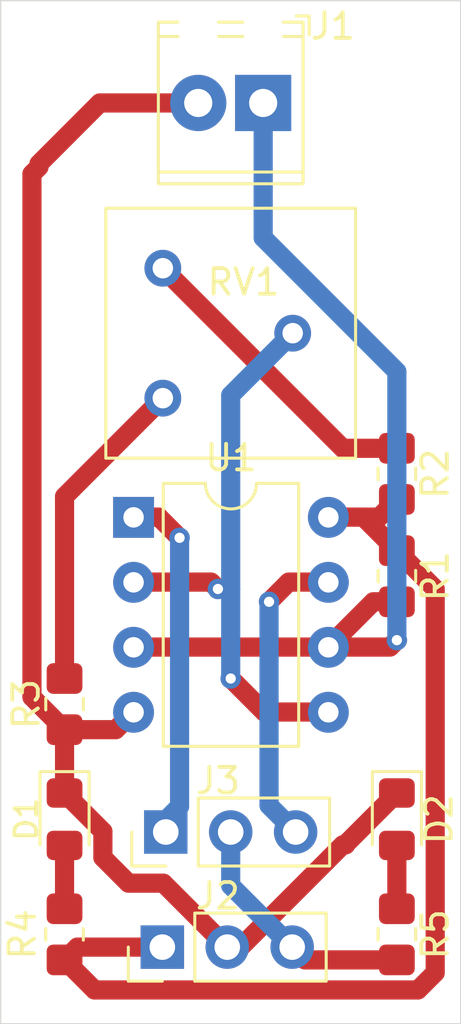
<source format=kicad_pcb>
(kicad_pcb (version 20240108) (generator "pcbnew") (generator_version "8.0")
  (layers (0 "F.Cu" power) (31 "B.Cu" power) (34 "B.Paste" user) (35 "F.Paste" user) (36 "B.SilkS" user "B.Silkscreen") (37 "F.SilkS" user "F.Silkscreen") (38 "B.Mask" user) (39 "F.Mask" user) (44 "Edge.Cuts" user))
  (net 0 "")
  (net 1 "Net-(D1-A)")
  (net 2 "gnd")
  (net 3 "Net-(D2-A)")
  (net 4 "A")
  (net 5 "Vcc")
  (net 6 "Do")
  (net 7 "L")
  (net 8 "H")
  (net 9 "Net-(R2-Pad2)")
  (net 10 "Net-(R3-Pad1)")
  (net 11 "B")
  (footprint "Resistor_SMD:R_0805_2012Metric_Pad1.20x1.40mm_HandSolder" (layer "F.Cu") (at 96 59.5 90)
    (property "Reference" "R2" (at 0 1.5 -90) (layer "F.SilkS"))
    (property "Value" "10k")
    (fp_line (start -0.227064 -0.735) (end 0.227064 -0.735) (stroke (width 0.12)) (layer "F.SilkS"))
    (fp_line (start -0.227064 0.735) (end 0.227064 0.735) (stroke (width 0.12)) (layer "F.SilkS"))
    (pad "1" smd roundrect (at -1 0 90) (size 1.2 1.4) (layers "F.Cu" "F.Paste" "F.Mask") (roundrect_rratio 0.208333) (net 5 "Vcc"))
    (pad "2" smd roundrect (at 1 0 90) (size 1.2 1.4) (layers "F.Cu" "F.Paste" "F.Mask") (roundrect_rratio 0.208333) (net 9 "Net-(R2-Pad2)"))
  )
  (footprint "Resistor_SMD:R_0805_2012Metric_Pad1.20x1.40mm_HandSolder" (layer "F.Cu") (at 83 77.5 90)
    (property "Reference" "R4" (at 0 -1.65 -90) (layer "F.SilkS"))
    (property "Value" "200")
    (fp_line (start -0.227064 -0.735) (end 0.227064 -0.735) (stroke (width 0.12)) (layer "F.SilkS"))
    (fp_line (start -0.227064 0.735) (end 0.227064 0.735) (stroke (width 0.12)) (layer "F.SilkS"))
    (pad "1" smd roundrect (at -1 0 90) (size 1.2 1.4) (layers "F.Cu" "F.Paste" "F.Mask") (roundrect_rratio 0.208333) (net 5 "Vcc"))
    (pad "2" smd roundrect (at 1 0 90) (size 1.2 1.4) (layers "F.Cu" "F.Paste" "F.Mask") (roundrect_rratio 0.208333) (net 1 "Net-(D1-A)"))
  )
  (footprint "TerminalBlock_Phoenix:TerminalBlock_Phoenix_MPT-0,5-2-2.54_1x02_P2.54mm_Horizontal" (layer "F.Cu") (at 90.77 45 180)
    (property "Reference" "J1" (at -2.73 3 180) (layer "F.SilkS"))
    (property "Value" "Screw_Terminal_01x02")
    (fp_line (start 4.1 -3.16) (end 4.1 3.16) (stroke (width 0.12)) (layer "F.SilkS"))
    (fp_line (start 3.33 3.16) (end 4.1 3.16) (stroke (width 0.12)) (layer "F.SilkS"))
    (fp_line (start 3.33 2.6) (end 4.1 2.6) (stroke (width 0.12)) (layer "F.SilkS"))
    (fp_line (start 0.79 3.16) (end 1.75 3.16) (stroke (width 0.12)) (layer "F.SilkS"))
    (fp_line (start 0.79 2.6) (end 1.75 2.6) (stroke (width 0.12)) (layer "F.SilkS"))
    (fp_line (start -1.56 3.16) (end -0.79 3.16) (stroke (width 0.12)) (layer "F.SilkS"))
    (fp_line (start -1.56 2.6) (end -0.79 2.6) (stroke (width 0.12)) (layer "F.SilkS"))
    (fp_line (start -1.56 -2.7) (end 4.1 -2.7) (stroke (width 0.12)) (layer "F.SilkS"))
    (fp_line (start -1.56 -3.16) (end 4.1 -3.16) (stroke (width 0.12)) (layer "F.SilkS"))
    (fp_line (start -1.56 -3.16) (end -1.56 3.16) (stroke (width 0.12)) (layer "F.SilkS"))
    (fp_line (start -1.8 3.4) (end -1.3 3.4) (stroke (width 0.12)) (layer "F.SilkS"))
    (fp_line (start -1.8 2.66) (end -1.8 3.4) (stroke (width 0.12)) (layer "F.SilkS"))
    (pad "" np_thru_hole circle (at 0 2.54 180) (size 1.1 1.1) (drill 1.1) (layers "*.Cu" "*.Mask"))
    (pad "" np_thru_hole circle (at 2.54 2.54 180) (size 1.1 1.1) (drill 1.1) (layers "*.Cu" "*.Mask"))
    (pad "1" thru_hole rect (at 0 0 180) (size 2.2 2.2) (drill 1.1) (layers "*.Cu" "*.Mask") (net 4 "A"))
    (pad "2" thru_hole circle (at 2.54 0 180) (size 2.2 2.2) (drill 1.1) (layers "*.Cu" "*.Mask") (net 2 "gnd"))
  )
  (footprint "Connector_PinHeader_2.54mm:PinHeader_1x03_P2.54mm_Vertical" (layer "F.Cu") (at 86.825 78 90)
    (property "Reference" "J2" (at 2 2.175 0) (layer "F.SilkS"))
    (property "Value" "Conn_01x03_Pin")
    (fp_line (start -1.33 -1.33) (end 0 -1.33) (stroke (width 0.12)) (layer "F.SilkS"))
    (fp_line (start -1.33 0) (end -1.33 -1.33) (stroke (width 0.12)) (layer "F.SilkS"))
    (fp_line (start 1.33 1.27) (end 1.33 6.41) (stroke (width 0.12)) (layer "F.SilkS"))
    (fp_line (start -1.33 1.27) (end 1.33 1.27) (stroke (width 0.12)) (layer "F.SilkS"))
    (fp_line (start -1.33 1.27) (end -1.33 6.41) (stroke (width 0.12)) (layer "F.SilkS"))
    (fp_line (start -1.33 6.41) (end 1.33 6.41) (stroke (width 0.12)) (layer "F.SilkS"))
    (pad "1" thru_hole rect (at 0 0 90) (size 1.7 1.7) (drill 1) (layers "*.Cu" "*.Mask") (net 5 "Vcc"))
    (pad "2" thru_hole oval (at 0 2.54 90) (size 1.7 1.7) (drill 1) (layers "*.Cu" "*.Mask") (net 2 "gnd"))
    (pad "3" thru_hole oval (at 0 5.08 90) (size 1.7 1.7) (drill 1) (layers "*.Cu" "*.Mask") (net 6 "Do"))
  )
  (footprint "LED_SMD:LED_0805_2012Metric_Pad1.15x1.40mm_HandSolder" (layer "F.Cu") (at 83 73 -90)
    (property "Reference" "D1" (at 0 1.5 90) (layer "F.SilkS") (effects (font (size 0.85 0.85))))
    (property "Value" "LED")
    (fp_line (start -1.86 0.96) (end 1 0.96) (stroke (width 0.12)) (layer "F.SilkS"))
    (fp_line (start -1.86 -0.96) (end -1.86 0.96) (stroke (width 0.12)) (layer "F.SilkS"))
    (fp_line (start 1 -0.96) (end -1.86 -0.96) (stroke (width 0.12)) (layer "F.SilkS"))
    (pad "1" smd roundrect (at -1.025 0 270) (size 1.15 1.4) (layers "F.Cu" "F.Paste" "F.Mask") (roundrect_rratio 0.217391) (net 2 "gnd"))
    (pad "2" smd roundrect (at 1.025 0 270) (size 1.15 1.4) (layers "F.Cu" "F.Paste" "F.Mask") (roundrect_rratio 0.217391) (net 1 "Net-(D1-A)"))
  )
  (footprint "Connector_PinHeader_2.54mm:PinHeader_1x03_P2.54mm_Vertical" (layer "F.Cu") (at 86.96 73.5 90)
    (property "Reference" "J3" (at 2 2.04 0) (layer "F.SilkS"))
    (property "Value" "Conn_01x03_Pin")
    (fp_line (start -1.33 -1.33) (end 0 -1.33) (stroke (width 0.12)) (layer "F.SilkS"))
    (fp_line (start -1.33 0) (end -1.33 -1.33) (stroke (width 0.12)) (layer "F.SilkS"))
    (fp_line (start 1.33 1.27) (end 1.33 6.41) (stroke (width 0.12)) (layer "F.SilkS"))
    (fp_line (start -1.33 1.27) (end 1.33 1.27) (stroke (width 0.12)) (layer "F.SilkS"))
    (fp_line (start -1.33 1.27) (end -1.33 6.41) (stroke (width 0.12)) (layer "F.SilkS"))
    (fp_line (start -1.33 6.41) (end 1.33 6.41) (stroke (width 0.12)) (layer "F.SilkS"))
    (pad "1" thru_hole rect (at 0 0 90) (size 1.7 1.7) (drill 1) (layers "*.Cu" "*.Mask") (net 8 "H"))
    (pad "2" thru_hole oval (at 0 2.54 90) (size 1.7 1.7) (drill 1) (layers "*.Cu" "*.Mask") (net 6 "Do"))
    (pad "3" thru_hole oval (at 0 5.08 90) (size 1.7 1.7) (drill 1) (layers "*.Cu" "*.Mask") (net 7 "L"))
  )
  (footprint "Resistor_SMD:R_0805_2012Metric_Pad1.20x1.40mm_HandSolder" (layer "F.Cu") (at 96 63.5 -90)
    (property "Reference" "R1" (at 0 -1.5 90) (layer "F.SilkS"))
    (property "Value" "10k")
    (fp_line (start -0.227064 0.735) (end 0.227064 0.735) (stroke (width 0.12)) (layer "F.SilkS"))
    (fp_line (start -0.227064 -0.735) (end 0.227064 -0.735) (stroke (width 0.12)) (layer "F.SilkS"))
    (pad "1" smd roundrect (at -1 0 270) (size 1.2 1.4) (layers "F.Cu" "F.Paste" "F.Mask") (roundrect_rratio 0.208333) (net 5 "Vcc"))
    (pad "2" smd roundrect (at 1 0 270) (size 1.2 1.4) (layers "F.Cu" "F.Paste" "F.Mask") (roundrect_rratio 0.208333) (net 4 "A"))
  )
  (footprint "Potentiometer_THT:Potentiometer_Bourns_3386F_Vertical" (layer "F.Cu") (at 86.845 56.54)
    (property "Reference" "RV1" (at 3.155 -4.54 0) (layer "F.SilkS"))
    (property "Value" "100k")
    (fp_line (start -2.23 -7.425) (end -2.23 2.345) (stroke (width 0.12)) (layer "F.SilkS"))
    (fp_line (start -2.23 -7.425) (end 7.54 -7.425) (stroke (width 0.12)) (layer "F.SilkS"))
    (fp_line (start -2.23 2.345) (end 7.54 2.345) (stroke (width 0.12)) (layer "F.SilkS"))
    (fp_line (start 7.54 -7.425) (end 7.54 2.345) (stroke (width 0.12)) (layer "F.SilkS"))
    (pad "1" thru_hole circle (at 0 0) (size 1.44 1.44) (drill 0.8) (layers "*.Cu" "*.Mask") (net 10 "Net-(R3-Pad1)"))
    (pad "2" thru_hole circle (at 5.08 -2.54) (size 1.44 1.44) (drill 0.8) (layers "*.Cu" "*.Mask") (net 11 "B"))
    (pad "3" thru_hole circle (at 0 -5.08) (size 1.44 1.44) (drill 0.8) (layers "*.Cu" "*.Mask") (net 9 "Net-(R2-Pad2)"))
  )
  (footprint "LED_SMD:LED_0805_2012Metric_Pad1.15x1.40mm_HandSolder" (layer "F.Cu") (at 96 73 -90)
    (property "Reference" "D2" (at 0 -1.65 90) (layer "F.SilkS"))
    (property "Value" "LED")
    (fp_line (start -1.86 0.96) (end 1 0.96) (stroke (width 0.12)) (layer "F.SilkS"))
    (fp_line (start -1.86 -0.96) (end -1.86 0.96) (stroke (width 0.12)) (layer "F.SilkS"))
    (fp_line (start 1 -0.96) (end -1.86 -0.96) (stroke (width 0.12)) (layer "F.SilkS"))
    (pad "1" smd roundrect (at -1.025 0 270) (size 1.15 1.4) (layers "F.Cu" "F.Paste" "F.Mask") (roundrect_rratio 0.217391) (net 2 "gnd"))
    (pad "2" smd roundrect (at 1.025 0 270) (size 1.15 1.4) (layers "F.Cu" "F.Paste" "F.Mask") (roundrect_rratio 0.217391) (net 3 "Net-(D2-A)"))
  )
  (footprint "Package_DIP:DIP-8_W7.62mm" (layer "F.Cu") (at 85.7 61.2)
    (property "Reference" "U1" (at 3.81 -2.33 0) (layer "F.SilkS"))
    (property "Value" "MCP602")
    (fp_line (start 1.16 -1.33) (end 1.16 8.95) (stroke (width 0.12)) (layer "F.SilkS"))
    (fp_line (start 1.16 8.95) (end 6.46 8.95) (stroke (width 0.12)) (layer "F.SilkS"))
    (fp_line (start 2.81 -1.33) (end 1.16 -1.33) (stroke (width 0.12)) (layer "F.SilkS"))
    (fp_line (start 6.46 -1.33) (end 4.81 -1.33) (stroke (width 0.12)) (layer "F.SilkS"))
    (fp_line (start 6.46 8.95) (end 6.46 -1.33) (stroke (width 0.12)) (layer "F.SilkS"))
    (fp_arc (start 4.81 -1.33) (mid 3.81 -0.33) (end 2.81 -1.33) (stroke (width 0.12)) (layer "F.SilkS"))
    (pad "1" thru_hole rect (at 0 0) (size 1.6 1.6) (drill 0.8) (layers "*.Cu" "*.Mask") (net 8 "H"))
    (pad "2" thru_hole oval (at 0 2.54) (size 1.6 1.6) (drill 0.8) (layers "*.Cu" "*.Mask") (net 11 "B"))
    (pad "3" thru_hole oval (at 0 5.08) (size 1.6 1.6) (drill 0.8) (layers "*.Cu" "*.Mask") (net 4 "A"))
    (pad "4" thru_hole oval (at 0 7.62) (size 1.6 1.6) (drill 0.8) (layers "*.Cu" "*.Mask") (net 2 "gnd"))
    (pad "5" thru_hole oval (at 7.62 7.62) (size 1.6 1.6) (drill 0.8) (layers "*.Cu" "*.Mask") (net 11 "B"))
    (pad "6" thru_hole oval (at 7.62 5.08) (size 1.6 1.6) (drill 0.8) (layers "*.Cu" "*.Mask") (net 4 "A"))
    (pad "7" thru_hole oval (at 7.62 2.54) (size 1.6 1.6) (drill 0.8) (layers "*.Cu" "*.Mask") (net 7 "L"))
    (pad "8" thru_hole oval (at 7.62 0) (size 1.6 1.6) (drill 0.8) (layers "*.Cu" "*.Mask") (net 5 "Vcc"))
  )
  (footprint "Resistor_SMD:R_0805_2012Metric_Pad1.20x1.40mm_HandSolder" (layer "F.Cu") (at 83 68.5 -90)
    (property "Reference" "R3" (at 0 1.5 90) (layer "F.SilkS"))
    (property "Value" "10k")
    (fp_line (start -0.227064 0.735) (end 0.227064 0.735) (stroke (width 0.12)) (layer "F.SilkS"))
    (fp_line (start -0.227064 -0.735) (end 0.227064 -0.735) (stroke (width 0.12)) (layer "F.SilkS"))
    (pad "1" smd roundrect (at -1 0 270) (size 1.2 1.4) (layers "F.Cu" "F.Paste" "F.Mask") (roundrect_rratio 0.208333) (net 10 "Net-(R3-Pad1)"))
    (pad "2" smd roundrect (at 1 0 270) (size 1.2 1.4) (layers "F.Cu" "F.Paste" "F.Mask") (roundrect_rratio 0.208333) (net 2 "gnd"))
  )
  (footprint "Resistor_SMD:R_0805_2012Metric_Pad1.20x1.40mm_HandSolder" (layer "F.Cu") (at 96 77.5 90)
    (property "Reference" "R5" (at 0 1.5 90) (layer "F.SilkS"))
    (property "Value" "200")
    (fp_line (start -0.227064 -0.735) (end 0.227064 -0.735) (stroke (width 0.12)) (layer "F.SilkS"))
    (fp_line (start -0.227064 0.735) (end 0.227064 0.735) (stroke (width 0.12)) (layer "F.SilkS"))
    (pad "1" smd roundrect (at -1 0 90) (size 1.2 1.4) (layers "F.Cu" "F.Paste" "F.Mask") (roundrect_rratio 0.208333) (net 6 "Do"))
    (pad "2" smd roundrect (at 1 0 90) (size 1.2 1.4) (layers "F.Cu" "F.Paste" "F.Mask") (roundrect_rratio 0.208333) (net 3 "Net-(D2-A)"))
  )
  (gr_rect (start 80.5 41) (end 98.5 81) (stroke (width 0.05)) (fill none) (layer "Edge.Cuts"))
  (segment (start 83 76.5) (end 83 74.025) (width 0.75) (layer "F.Cu") (net 1))
  (segment (start 85.5 75.5) (end 86.865 75.5) (width 0.75) (layer "F.Cu") (net 2))
  (segment (start 83 69.5) (end 85 69.5) (width 0.75) (layer "F.Cu") (net 2))
  (segment (start 82 47.38) (end 84.38 45) (width 0.75) (layer "F.Cu") (net 2))
  (segment (start 86.865 75.5) (end 89.365 78) (width 0.75) (layer "F.Cu") (net 2))
  (segment (start 83 71.975) (end 84.5 73.475) (width 0.75) (layer "F.Cu") (net 2))
  (segment (start 94 73.975) (end 94 74) (width 0.75) (layer "F.Cu") (net 2))
  (segment (start 84.38 45) (end 87.73 45) (width 0.75) (layer "F.Cu") (net 2))
  (segment (start 82 47.5) (end 82 47.38) (width 0.75) (layer "F.Cu") (net 2))
  (segment (start 93.889745 74) (end 89.889745 78) (width 0.75) (layer "F.Cu") (net 2))
  (segment (start 94 74) (end 93.889745 74) (width 0.75) (layer "F.Cu") (net 2))
  (segment (start 96 71.975) (end 94 73.975) (width 0.75) (layer "F.Cu") (net 2))
  (segment (start 84.5 73.475) (end 84.5 74.5) (width 0.75) (layer "F.Cu") (net 2))
  (segment (start 81.725 47.775) (end 82 47.5) (width 0.75) (layer "F.Cu") (net 2))
  (segment (start 85 69.5) (end 85.69 68.81) (width 0.75) (layer "F.Cu") (net 2))
  (segment (start 89.889745 78) (end 89.365 78) (width 0.75) (layer "F.Cu") (net 2))
  (segment (start 84.5 74.5) (end 85.5 75.5) (width 0.75) (layer "F.Cu") (net 2))
  (segment (start 87.73 45) (end 88.23 44.5) (width 0.75) (layer "F.Cu") (net 2))
  (segment (start 83 71.975) (end 83 69.5) (width 0.75) (layer "F.Cu") (net 2))
  (segment (start 83 69.5) (end 81.725 68.225) (width 0.75) (layer "F.Cu") (net 2))
  (segment (start 81.725 68.225) (end 81.725 47.775) (width 0.75) (layer "F.Cu") (net 2))
  (segment (start 96 74.025) (end 96 76.5) (width 0.75) (layer "F.Cu") (net 3))
  (segment (start 96 64.5) (end 95.08 64.5) (width 0.75) (layer "F.Cu") (net 4))
  (segment (start 93.31 66.27) (end 85.69 66.27) (width 0.75) (layer "F.Cu") (net 4))
  (segment (start 95.08 64.5) (end 93.31 66.27) (width 0.75) (layer "F.Cu") (net 4))
  (segment (start 95.73 66.27) (end 93.31 66.27) (width 0.75) (layer "F.Cu") (net 4))
  (segment (start 96 66) (end 95.73 66.27) (width 0.75) (layer "F.Cu") (net 4))
  (via (at 96 66) (size 0.8) (drill 0.4) (layers "F.Cu" "B.Cu") (net 4))
  (segment (start 90.77 44.5) (end 90.77 50.27) (width 0.75) (layer "B.Cu") (net 4))
  (segment (start 90.77 50.27) (end 96 55.5) (width 0.75) (layer "B.Cu") (net 4))
  (segment (start 96 55.5) (end 96 66) (width 0.75) (layer "B.Cu") (net 4))
  (segment (start 93.31 61.19) (end 95.31 61.19) (width 0.75) (layer "F.Cu") (net 5))
  (segment (start 83 78.5) (end 84.175 79.675) (width 0.75) (layer "F.Cu") (net 5))
  (segment (start 94.69 61.19) (end 96 62.5) (width 0.75) (layer "F.Cu") (net 5))
  (segment (start 84.175 79.675) (end 96.825 79.675) (width 0.75) (layer "F.Cu") (net 5))
  (segment (start 97.5 64) (end 96 62.5) (width 0.75) (layer "F.Cu") (net 5))
  (segment (start 96.825 79.675) (end 97.5 79) (width 0.75) (layer "F.Cu") (net 5))
  (segment (start 86.825 78) (end 83.5 78) (width 0.75) (layer "F.Cu") (net 5))
  (segment (start 97.5 79) (end 97.5 64) (width 0.75) (layer "F.Cu") (net 5))
  (segment (start 95.31 61.19) (end 96 60.5) (width 0.75) (layer "F.Cu") (net 5))
  (segment (start 93.31 61.19) (end 94.69 61.19) (width 0.75) (layer "F.Cu") (net 5))
  (segment (start 83.5 78) (end 83 78.5) (width 0.75) (layer "F.Cu") (net 5))
  (segment (start 96 78.5) (end 92.405 78.5) (width 0.75) (layer "F.Cu") (net 6))
  (segment (start 92.405 78.5) (end 91.905 78) (width 0.75) (layer "F.Cu") (net 6))
  (segment (start 89.5 75.595) (end 91.905 78) (width 0.75) (layer "B.Cu") (net 6))
  (segment (start 89.5 73.5) (end 89.5 75.595) (width 0.75) (layer "B.Cu") (net 6))
  (segment (start 91.77 63.73) (end 91 64.5) (width 0.75) (layer "F.Cu") (net 7))
  (segment (start 93.31 63.73) (end 91.77 63.73) (width 0.75) (layer "F.Cu") (net 7))
  (via (at 91 64.5) (size 0.8) (drill 0.4) (layers "F.Cu" "B.Cu") (net 7))
  (segment (start 92.04 73.5) (end 91 72.46) (width 0.75) (layer "B.Cu") (net 7))
  (segment (start 91 72.46) (end 91 64.5) (width 0.75) (layer "B.Cu") (net 7))
  (segment (start 85.69 61.19) (end 86.69 61.19) (width 0.75) (layer "F.Cu") (net 8))
  (segment (start 86.69 61.19) (end 87.5 62) (width 0.75) (layer "F.Cu") (net 8))
  (via (at 87.5 62) (size 0.8) (drill 0.4) (layers "F.Cu" "B.Cu") (net 8))
  (segment (start 87.5 72.5) (end 87.5 62) (width 0.75) (layer "B.Cu") (net 8))
  (segment (start 86.96 73.5) (end 86.96 73.04) (width 0.75) (layer "B.Cu") (net 8))
  (segment (start 86.96 73.04) (end 87.5 72.5) (width 0.75) (layer "B.Cu") (net 8))
  (segment (start 93.885 58.5) (end 96 58.5) (width 0.75) (layer "F.Cu") (net 9))
  (segment (start 86.845 51.46) (end 93.885 58.5) (width 0.75) (layer "F.Cu") (net 9))
  (segment (start 83 67.5) (end 83 60.385) (width 0.75) (layer "F.Cu") (net 10))
  (segment (start 83 60.385) (end 86.845 56.54) (width 0.75) (layer "F.Cu") (net 10))
  (segment (start 93.31 68.81) (end 90.81 68.81) (width 0.75) (layer "F.Cu") (net 11))
  (segment (start 88.73 63.73) (end 89 64) (width 0.75) (layer "F.Cu") (net 11))
  (segment (start 90.81 68.81) (end 89.5 67.5) (width 0.75) (layer "F.Cu") (net 11))
  (segment (start 85.69 63.73) (end 88.73 63.73) (width 0.75) (layer "F.Cu") (net 11))
  (via (at 89.5 67.5) (size 0.8) (drill 0.4) (layers "F.Cu" "B.Cu") (net 11))
  (via (at 89 64) (size 0.8) (drill 0.4) (layers "F.Cu" "B.Cu") (net 11))
  (segment (start 91.925 54) (end 89.5 56.425) (width 0.75) (layer "B.Cu") (net 11))
  (segment (start 89.5 56.425) (end 89.5 64) (width 0.75) (layer "B.Cu") (net 11))
  (segment (start 89.5 64) (end 89 64) (width 0.75) (layer "B.Cu") (net 11))
  (segment (start 89.5 64) (end 89.5 67.5) (width 0.75) (layer "B.Cu") (net 11))
)
</source>
